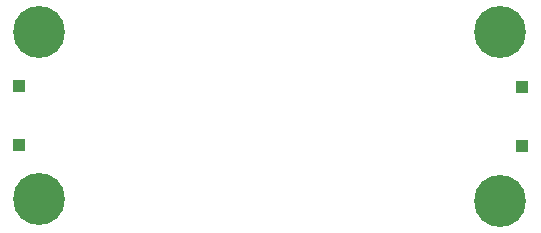
<source format=gbr>
%TF.GenerationSoftware,KiCad,Pcbnew,8.0.8*%
%TF.CreationDate,2025-06-16T12:41:12-07:00*%
%TF.ProjectId,lmr51635,6c6d7235-3136-4333-952e-6b696361645f,rev?*%
%TF.SameCoordinates,Original*%
%TF.FileFunction,Soldermask,Bot*%
%TF.FilePolarity,Negative*%
%FSLAX46Y46*%
G04 Gerber Fmt 4.6, Leading zero omitted, Abs format (unit mm)*
G04 Created by KiCad (PCBNEW 8.0.8) date 2025-06-16 12:41:12*
%MOMM*%
%LPD*%
G01*
G04 APERTURE LIST*
%ADD10R,1.000000X1.000000*%
%ADD11C,0.700000*%
%ADD12C,4.400000*%
G04 APERTURE END LIST*
D10*
%TO.C,*%
X144880000Y-116490000D03*
%TD*%
%TO.C,*%
X102260000Y-116410000D03*
%TD*%
D11*
%TO.C,H2*%
X102350000Y-121000000D03*
X102833274Y-119833274D03*
X102833274Y-122166726D03*
X104000000Y-119350000D03*
D12*
X104000000Y-121000000D03*
D11*
X104000000Y-122650000D03*
X105166726Y-119833274D03*
X105166726Y-122166726D03*
X105650000Y-121000000D03*
%TD*%
D10*
%TO.C,*%
X102280000Y-111360000D03*
%TD*%
D11*
%TO.C,H1*%
X102350000Y-106850000D03*
X102833274Y-105683274D03*
X102833274Y-108016726D03*
X104000000Y-105200000D03*
D12*
X104000000Y-106850000D03*
D11*
X104000000Y-108500000D03*
X105166726Y-105683274D03*
X105166726Y-108016726D03*
X105650000Y-106850000D03*
%TD*%
D10*
%TO.C,*%
X144900000Y-111480000D03*
%TD*%
D11*
%TO.C,H4*%
X141350000Y-106800000D03*
X141833274Y-105633274D03*
X141833274Y-107966726D03*
X143000000Y-105150000D03*
D12*
X143000000Y-106800000D03*
D11*
X143000000Y-108450000D03*
X144166726Y-105633274D03*
X144166726Y-107966726D03*
X144650000Y-106800000D03*
%TD*%
%TO.C,H3*%
X141383274Y-121166726D03*
X141866548Y-120000000D03*
X141866548Y-122333452D03*
X143033274Y-119516726D03*
D12*
X143033274Y-121166726D03*
D11*
X143033274Y-122816726D03*
X144200000Y-120000000D03*
X144200000Y-122333452D03*
X144683274Y-121166726D03*
%TD*%
M02*

</source>
